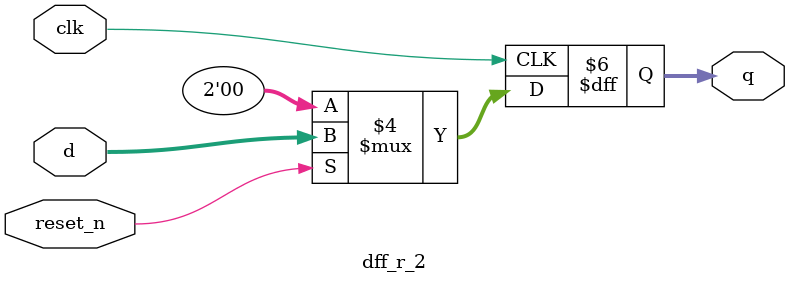
<source format=v>
module dff_r_2(clk, reset_n, d, q);
	input clk, reset_n;
	input[1:0] d;
	output reg[1:0] q;
	
	always@(posedge clk)
	begin
		if(reset_n == 0)
			q = 0;
		else 
			q = d;
	end
endmodule

</source>
